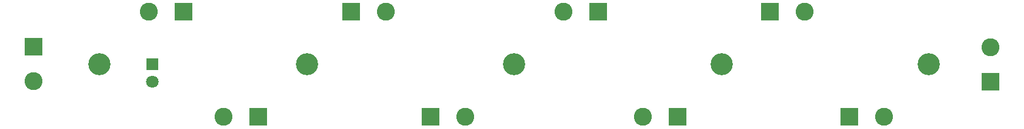
<source format=gbr>
%TF.GenerationSoftware,KiCad,Pcbnew,(5.1.8)-1*%
%TF.CreationDate,2024-08-14T23:48:38+03:00*%
%TF.ProjectId,PwrBus,50777242-7573-42e6-9b69-6361645f7063,rev?*%
%TF.SameCoordinates,Original*%
%TF.FileFunction,Soldermask,Top*%
%TF.FilePolarity,Negative*%
%FSLAX46Y46*%
G04 Gerber Fmt 4.6, Leading zero omitted, Abs format (unit mm)*
G04 Created by KiCad (PCBNEW (5.1.8)-1) date 2024-08-14 23:48:38*
%MOMM*%
%LPD*%
G01*
G04 APERTURE LIST*
%ADD10C,1.800000*%
%ADD11R,1.800000X1.800000*%
%ADD12C,2.600000*%
%ADD13R,2.600000X2.600000*%
%ADD14C,3.200000*%
G04 APERTURE END LIST*
D10*
%TO.C,D1*%
X35560000Y-27940000D03*
D11*
X35560000Y-25400000D03*
%TD*%
D12*
%TO.C,J10*%
X156210000Y-22940000D03*
D13*
X156210000Y-27940000D03*
%TD*%
D12*
%TO.C,J9*%
X129460000Y-17780000D03*
D13*
X124460000Y-17780000D03*
%TD*%
D12*
%TO.C,J8*%
X140890000Y-33020000D03*
D13*
X135890000Y-33020000D03*
%TD*%
D14*
%TO.C,H5*%
X147320000Y-25400000D03*
%TD*%
%TO.C,H4*%
X117475000Y-25400000D03*
%TD*%
%TO.C,H3*%
X87630000Y-25400000D03*
%TD*%
%TO.C,H2*%
X57785000Y-25400000D03*
%TD*%
%TO.C,H1*%
X27940000Y-25400000D03*
%TD*%
D12*
%TO.C,J7*%
X94695000Y-17780000D03*
D13*
X99695000Y-17780000D03*
%TD*%
D12*
%TO.C,J6*%
X106125000Y-33020000D03*
D13*
X111125000Y-33020000D03*
%TD*%
D12*
%TO.C,J5*%
X69135000Y-17780000D03*
D13*
X64135000Y-17780000D03*
%TD*%
D12*
%TO.C,J4*%
X80565000Y-33020000D03*
D13*
X75565000Y-33020000D03*
%TD*%
D12*
%TO.C,J3*%
X35005000Y-17780000D03*
D13*
X40005000Y-17780000D03*
%TD*%
D12*
%TO.C,J2*%
X45800000Y-33020000D03*
D13*
X50800000Y-33020000D03*
%TD*%
D12*
%TO.C,J1*%
X18415000Y-27860000D03*
D13*
X18415000Y-22860000D03*
%TD*%
M02*

</source>
